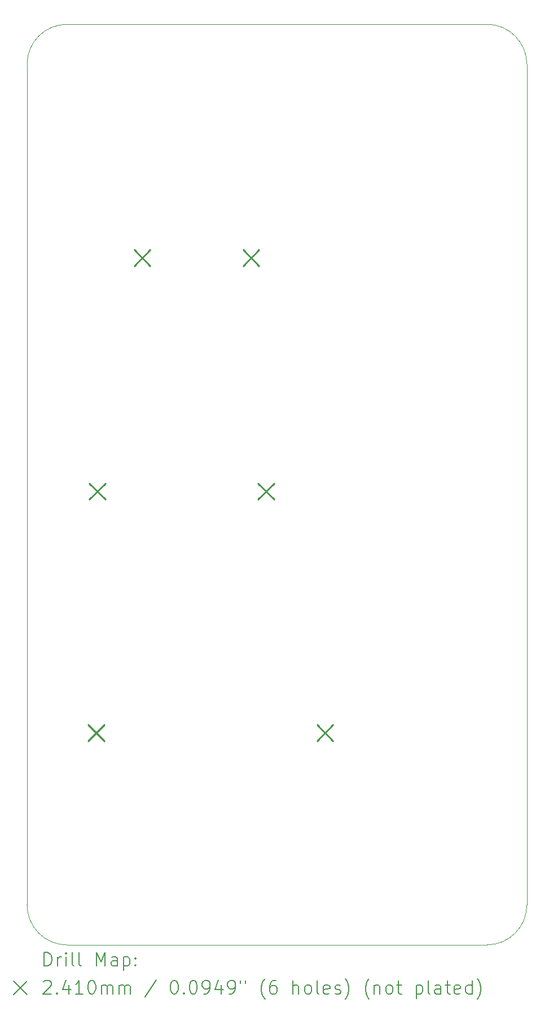
<source format=gbr>
%TF.GenerationSoftware,KiCad,Pcbnew,8.0.4*%
%TF.CreationDate,2024-07-29T20:22:20+09:30*%
%TF.ProjectId,2024_LED_Breakout_Board,32303234-5f4c-4454-945f-427265616b6f,rev?*%
%TF.SameCoordinates,Original*%
%TF.FileFunction,Drillmap*%
%TF.FilePolarity,Positive*%
%FSLAX45Y45*%
G04 Gerber Fmt 4.5, Leading zero omitted, Abs format (unit mm)*
G04 Created by KiCad (PCBNEW 8.0.4) date 2024-07-29 20:22:20*
%MOMM*%
%LPD*%
G01*
G04 APERTURE LIST*
%ADD10C,0.050000*%
%ADD11C,0.200000*%
%ADD12C,0.241000*%
G04 APERTURE END LIST*
D10*
X19950000Y-7000000D02*
X19950000Y-19600000D01*
X13050000Y-6400000D02*
X19350000Y-6400000D01*
X12450000Y-19600000D02*
X12450000Y-7000000D01*
X19950000Y-19600000D02*
G75*
G02*
X19350000Y-20200000I-600000J0D01*
G01*
X13050000Y-20200000D02*
G75*
G02*
X12450000Y-19600000I0J600000D01*
G01*
X19350000Y-20200000D02*
X13050000Y-20200000D01*
X12450000Y-7000000D02*
G75*
G02*
X13050000Y-6400000I600000J0D01*
G01*
X19350000Y-6400000D02*
G75*
G02*
X19950000Y-7000000I0J-600000D01*
G01*
D11*
D12*
X13369500Y-16899500D02*
X13610500Y-17140500D01*
X13610500Y-16899500D02*
X13369500Y-17140500D01*
X13384500Y-13279500D02*
X13625500Y-13520500D01*
X13625500Y-13279500D02*
X13384500Y-13520500D01*
X14059500Y-9779500D02*
X14300500Y-10020500D01*
X14300500Y-9779500D02*
X14059500Y-10020500D01*
X15689500Y-9779500D02*
X15930500Y-10020500D01*
X15930500Y-9779500D02*
X15689500Y-10020500D01*
X15914500Y-13279500D02*
X16155500Y-13520500D01*
X16155500Y-13279500D02*
X15914500Y-13520500D01*
X16799500Y-16899500D02*
X17040500Y-17140500D01*
X17040500Y-16899500D02*
X16799500Y-17140500D01*
D11*
X12708277Y-20513984D02*
X12708277Y-20313984D01*
X12708277Y-20313984D02*
X12755896Y-20313984D01*
X12755896Y-20313984D02*
X12784467Y-20323508D01*
X12784467Y-20323508D02*
X12803515Y-20342555D01*
X12803515Y-20342555D02*
X12813039Y-20361603D01*
X12813039Y-20361603D02*
X12822562Y-20399698D01*
X12822562Y-20399698D02*
X12822562Y-20428270D01*
X12822562Y-20428270D02*
X12813039Y-20466365D01*
X12813039Y-20466365D02*
X12803515Y-20485412D01*
X12803515Y-20485412D02*
X12784467Y-20504460D01*
X12784467Y-20504460D02*
X12755896Y-20513984D01*
X12755896Y-20513984D02*
X12708277Y-20513984D01*
X12908277Y-20513984D02*
X12908277Y-20380650D01*
X12908277Y-20418746D02*
X12917801Y-20399698D01*
X12917801Y-20399698D02*
X12927324Y-20390174D01*
X12927324Y-20390174D02*
X12946372Y-20380650D01*
X12946372Y-20380650D02*
X12965420Y-20380650D01*
X13032086Y-20513984D02*
X13032086Y-20380650D01*
X13032086Y-20313984D02*
X13022562Y-20323508D01*
X13022562Y-20323508D02*
X13032086Y-20333031D01*
X13032086Y-20333031D02*
X13041610Y-20323508D01*
X13041610Y-20323508D02*
X13032086Y-20313984D01*
X13032086Y-20313984D02*
X13032086Y-20333031D01*
X13155896Y-20513984D02*
X13136848Y-20504460D01*
X13136848Y-20504460D02*
X13127324Y-20485412D01*
X13127324Y-20485412D02*
X13127324Y-20313984D01*
X13260658Y-20513984D02*
X13241610Y-20504460D01*
X13241610Y-20504460D02*
X13232086Y-20485412D01*
X13232086Y-20485412D02*
X13232086Y-20313984D01*
X13489229Y-20513984D02*
X13489229Y-20313984D01*
X13489229Y-20313984D02*
X13555896Y-20456841D01*
X13555896Y-20456841D02*
X13622562Y-20313984D01*
X13622562Y-20313984D02*
X13622562Y-20513984D01*
X13803515Y-20513984D02*
X13803515Y-20409222D01*
X13803515Y-20409222D02*
X13793991Y-20390174D01*
X13793991Y-20390174D02*
X13774943Y-20380650D01*
X13774943Y-20380650D02*
X13736848Y-20380650D01*
X13736848Y-20380650D02*
X13717801Y-20390174D01*
X13803515Y-20504460D02*
X13784467Y-20513984D01*
X13784467Y-20513984D02*
X13736848Y-20513984D01*
X13736848Y-20513984D02*
X13717801Y-20504460D01*
X13717801Y-20504460D02*
X13708277Y-20485412D01*
X13708277Y-20485412D02*
X13708277Y-20466365D01*
X13708277Y-20466365D02*
X13717801Y-20447317D01*
X13717801Y-20447317D02*
X13736848Y-20437793D01*
X13736848Y-20437793D02*
X13784467Y-20437793D01*
X13784467Y-20437793D02*
X13803515Y-20428270D01*
X13898753Y-20380650D02*
X13898753Y-20580650D01*
X13898753Y-20390174D02*
X13917801Y-20380650D01*
X13917801Y-20380650D02*
X13955896Y-20380650D01*
X13955896Y-20380650D02*
X13974943Y-20390174D01*
X13974943Y-20390174D02*
X13984467Y-20399698D01*
X13984467Y-20399698D02*
X13993991Y-20418746D01*
X13993991Y-20418746D02*
X13993991Y-20475889D01*
X13993991Y-20475889D02*
X13984467Y-20494936D01*
X13984467Y-20494936D02*
X13974943Y-20504460D01*
X13974943Y-20504460D02*
X13955896Y-20513984D01*
X13955896Y-20513984D02*
X13917801Y-20513984D01*
X13917801Y-20513984D02*
X13898753Y-20504460D01*
X14079705Y-20494936D02*
X14089229Y-20504460D01*
X14089229Y-20504460D02*
X14079705Y-20513984D01*
X14079705Y-20513984D02*
X14070182Y-20504460D01*
X14070182Y-20504460D02*
X14079705Y-20494936D01*
X14079705Y-20494936D02*
X14079705Y-20513984D01*
X14079705Y-20390174D02*
X14089229Y-20399698D01*
X14089229Y-20399698D02*
X14079705Y-20409222D01*
X14079705Y-20409222D02*
X14070182Y-20399698D01*
X14070182Y-20399698D02*
X14079705Y-20390174D01*
X14079705Y-20390174D02*
X14079705Y-20409222D01*
X12247500Y-20742500D02*
X12447500Y-20942500D01*
X12447500Y-20742500D02*
X12247500Y-20942500D01*
X12698753Y-20753031D02*
X12708277Y-20743508D01*
X12708277Y-20743508D02*
X12727324Y-20733984D01*
X12727324Y-20733984D02*
X12774943Y-20733984D01*
X12774943Y-20733984D02*
X12793991Y-20743508D01*
X12793991Y-20743508D02*
X12803515Y-20753031D01*
X12803515Y-20753031D02*
X12813039Y-20772079D01*
X12813039Y-20772079D02*
X12813039Y-20791127D01*
X12813039Y-20791127D02*
X12803515Y-20819698D01*
X12803515Y-20819698D02*
X12689229Y-20933984D01*
X12689229Y-20933984D02*
X12813039Y-20933984D01*
X12898753Y-20914936D02*
X12908277Y-20924460D01*
X12908277Y-20924460D02*
X12898753Y-20933984D01*
X12898753Y-20933984D02*
X12889229Y-20924460D01*
X12889229Y-20924460D02*
X12898753Y-20914936D01*
X12898753Y-20914936D02*
X12898753Y-20933984D01*
X13079705Y-20800650D02*
X13079705Y-20933984D01*
X13032086Y-20724460D02*
X12984467Y-20867317D01*
X12984467Y-20867317D02*
X13108277Y-20867317D01*
X13289229Y-20933984D02*
X13174943Y-20933984D01*
X13232086Y-20933984D02*
X13232086Y-20733984D01*
X13232086Y-20733984D02*
X13213039Y-20762555D01*
X13213039Y-20762555D02*
X13193991Y-20781603D01*
X13193991Y-20781603D02*
X13174943Y-20791127D01*
X13413039Y-20733984D02*
X13432086Y-20733984D01*
X13432086Y-20733984D02*
X13451134Y-20743508D01*
X13451134Y-20743508D02*
X13460658Y-20753031D01*
X13460658Y-20753031D02*
X13470182Y-20772079D01*
X13470182Y-20772079D02*
X13479705Y-20810174D01*
X13479705Y-20810174D02*
X13479705Y-20857793D01*
X13479705Y-20857793D02*
X13470182Y-20895889D01*
X13470182Y-20895889D02*
X13460658Y-20914936D01*
X13460658Y-20914936D02*
X13451134Y-20924460D01*
X13451134Y-20924460D02*
X13432086Y-20933984D01*
X13432086Y-20933984D02*
X13413039Y-20933984D01*
X13413039Y-20933984D02*
X13393991Y-20924460D01*
X13393991Y-20924460D02*
X13384467Y-20914936D01*
X13384467Y-20914936D02*
X13374943Y-20895889D01*
X13374943Y-20895889D02*
X13365420Y-20857793D01*
X13365420Y-20857793D02*
X13365420Y-20810174D01*
X13365420Y-20810174D02*
X13374943Y-20772079D01*
X13374943Y-20772079D02*
X13384467Y-20753031D01*
X13384467Y-20753031D02*
X13393991Y-20743508D01*
X13393991Y-20743508D02*
X13413039Y-20733984D01*
X13565420Y-20933984D02*
X13565420Y-20800650D01*
X13565420Y-20819698D02*
X13574943Y-20810174D01*
X13574943Y-20810174D02*
X13593991Y-20800650D01*
X13593991Y-20800650D02*
X13622563Y-20800650D01*
X13622563Y-20800650D02*
X13641610Y-20810174D01*
X13641610Y-20810174D02*
X13651134Y-20829222D01*
X13651134Y-20829222D02*
X13651134Y-20933984D01*
X13651134Y-20829222D02*
X13660658Y-20810174D01*
X13660658Y-20810174D02*
X13679705Y-20800650D01*
X13679705Y-20800650D02*
X13708277Y-20800650D01*
X13708277Y-20800650D02*
X13727324Y-20810174D01*
X13727324Y-20810174D02*
X13736848Y-20829222D01*
X13736848Y-20829222D02*
X13736848Y-20933984D01*
X13832086Y-20933984D02*
X13832086Y-20800650D01*
X13832086Y-20819698D02*
X13841610Y-20810174D01*
X13841610Y-20810174D02*
X13860658Y-20800650D01*
X13860658Y-20800650D02*
X13889229Y-20800650D01*
X13889229Y-20800650D02*
X13908277Y-20810174D01*
X13908277Y-20810174D02*
X13917801Y-20829222D01*
X13917801Y-20829222D02*
X13917801Y-20933984D01*
X13917801Y-20829222D02*
X13927324Y-20810174D01*
X13927324Y-20810174D02*
X13946372Y-20800650D01*
X13946372Y-20800650D02*
X13974943Y-20800650D01*
X13974943Y-20800650D02*
X13993991Y-20810174D01*
X13993991Y-20810174D02*
X14003515Y-20829222D01*
X14003515Y-20829222D02*
X14003515Y-20933984D01*
X14393991Y-20724460D02*
X14222563Y-20981603D01*
X14651134Y-20733984D02*
X14670182Y-20733984D01*
X14670182Y-20733984D02*
X14689229Y-20743508D01*
X14689229Y-20743508D02*
X14698753Y-20753031D01*
X14698753Y-20753031D02*
X14708277Y-20772079D01*
X14708277Y-20772079D02*
X14717801Y-20810174D01*
X14717801Y-20810174D02*
X14717801Y-20857793D01*
X14717801Y-20857793D02*
X14708277Y-20895889D01*
X14708277Y-20895889D02*
X14698753Y-20914936D01*
X14698753Y-20914936D02*
X14689229Y-20924460D01*
X14689229Y-20924460D02*
X14670182Y-20933984D01*
X14670182Y-20933984D02*
X14651134Y-20933984D01*
X14651134Y-20933984D02*
X14632086Y-20924460D01*
X14632086Y-20924460D02*
X14622563Y-20914936D01*
X14622563Y-20914936D02*
X14613039Y-20895889D01*
X14613039Y-20895889D02*
X14603515Y-20857793D01*
X14603515Y-20857793D02*
X14603515Y-20810174D01*
X14603515Y-20810174D02*
X14613039Y-20772079D01*
X14613039Y-20772079D02*
X14622563Y-20753031D01*
X14622563Y-20753031D02*
X14632086Y-20743508D01*
X14632086Y-20743508D02*
X14651134Y-20733984D01*
X14803515Y-20914936D02*
X14813039Y-20924460D01*
X14813039Y-20924460D02*
X14803515Y-20933984D01*
X14803515Y-20933984D02*
X14793991Y-20924460D01*
X14793991Y-20924460D02*
X14803515Y-20914936D01*
X14803515Y-20914936D02*
X14803515Y-20933984D01*
X14936848Y-20733984D02*
X14955896Y-20733984D01*
X14955896Y-20733984D02*
X14974944Y-20743508D01*
X14974944Y-20743508D02*
X14984467Y-20753031D01*
X14984467Y-20753031D02*
X14993991Y-20772079D01*
X14993991Y-20772079D02*
X15003515Y-20810174D01*
X15003515Y-20810174D02*
X15003515Y-20857793D01*
X15003515Y-20857793D02*
X14993991Y-20895889D01*
X14993991Y-20895889D02*
X14984467Y-20914936D01*
X14984467Y-20914936D02*
X14974944Y-20924460D01*
X14974944Y-20924460D02*
X14955896Y-20933984D01*
X14955896Y-20933984D02*
X14936848Y-20933984D01*
X14936848Y-20933984D02*
X14917801Y-20924460D01*
X14917801Y-20924460D02*
X14908277Y-20914936D01*
X14908277Y-20914936D02*
X14898753Y-20895889D01*
X14898753Y-20895889D02*
X14889229Y-20857793D01*
X14889229Y-20857793D02*
X14889229Y-20810174D01*
X14889229Y-20810174D02*
X14898753Y-20772079D01*
X14898753Y-20772079D02*
X14908277Y-20753031D01*
X14908277Y-20753031D02*
X14917801Y-20743508D01*
X14917801Y-20743508D02*
X14936848Y-20733984D01*
X15098753Y-20933984D02*
X15136848Y-20933984D01*
X15136848Y-20933984D02*
X15155896Y-20924460D01*
X15155896Y-20924460D02*
X15165420Y-20914936D01*
X15165420Y-20914936D02*
X15184467Y-20886365D01*
X15184467Y-20886365D02*
X15193991Y-20848270D01*
X15193991Y-20848270D02*
X15193991Y-20772079D01*
X15193991Y-20772079D02*
X15184467Y-20753031D01*
X15184467Y-20753031D02*
X15174944Y-20743508D01*
X15174944Y-20743508D02*
X15155896Y-20733984D01*
X15155896Y-20733984D02*
X15117801Y-20733984D01*
X15117801Y-20733984D02*
X15098753Y-20743508D01*
X15098753Y-20743508D02*
X15089229Y-20753031D01*
X15089229Y-20753031D02*
X15079706Y-20772079D01*
X15079706Y-20772079D02*
X15079706Y-20819698D01*
X15079706Y-20819698D02*
X15089229Y-20838746D01*
X15089229Y-20838746D02*
X15098753Y-20848270D01*
X15098753Y-20848270D02*
X15117801Y-20857793D01*
X15117801Y-20857793D02*
X15155896Y-20857793D01*
X15155896Y-20857793D02*
X15174944Y-20848270D01*
X15174944Y-20848270D02*
X15184467Y-20838746D01*
X15184467Y-20838746D02*
X15193991Y-20819698D01*
X15365420Y-20800650D02*
X15365420Y-20933984D01*
X15317801Y-20724460D02*
X15270182Y-20867317D01*
X15270182Y-20867317D02*
X15393991Y-20867317D01*
X15479706Y-20933984D02*
X15517801Y-20933984D01*
X15517801Y-20933984D02*
X15536848Y-20924460D01*
X15536848Y-20924460D02*
X15546372Y-20914936D01*
X15546372Y-20914936D02*
X15565420Y-20886365D01*
X15565420Y-20886365D02*
X15574944Y-20848270D01*
X15574944Y-20848270D02*
X15574944Y-20772079D01*
X15574944Y-20772079D02*
X15565420Y-20753031D01*
X15565420Y-20753031D02*
X15555896Y-20743508D01*
X15555896Y-20743508D02*
X15536848Y-20733984D01*
X15536848Y-20733984D02*
X15498753Y-20733984D01*
X15498753Y-20733984D02*
X15479706Y-20743508D01*
X15479706Y-20743508D02*
X15470182Y-20753031D01*
X15470182Y-20753031D02*
X15460658Y-20772079D01*
X15460658Y-20772079D02*
X15460658Y-20819698D01*
X15460658Y-20819698D02*
X15470182Y-20838746D01*
X15470182Y-20838746D02*
X15479706Y-20848270D01*
X15479706Y-20848270D02*
X15498753Y-20857793D01*
X15498753Y-20857793D02*
X15536848Y-20857793D01*
X15536848Y-20857793D02*
X15555896Y-20848270D01*
X15555896Y-20848270D02*
X15565420Y-20838746D01*
X15565420Y-20838746D02*
X15574944Y-20819698D01*
X15651134Y-20733984D02*
X15651134Y-20772079D01*
X15727325Y-20733984D02*
X15727325Y-20772079D01*
X16022563Y-21010174D02*
X16013039Y-21000650D01*
X16013039Y-21000650D02*
X15993991Y-20972079D01*
X15993991Y-20972079D02*
X15984468Y-20953031D01*
X15984468Y-20953031D02*
X15974944Y-20924460D01*
X15974944Y-20924460D02*
X15965420Y-20876841D01*
X15965420Y-20876841D02*
X15965420Y-20838746D01*
X15965420Y-20838746D02*
X15974944Y-20791127D01*
X15974944Y-20791127D02*
X15984468Y-20762555D01*
X15984468Y-20762555D02*
X15993991Y-20743508D01*
X15993991Y-20743508D02*
X16013039Y-20714936D01*
X16013039Y-20714936D02*
X16022563Y-20705412D01*
X16184468Y-20733984D02*
X16146372Y-20733984D01*
X16146372Y-20733984D02*
X16127325Y-20743508D01*
X16127325Y-20743508D02*
X16117801Y-20753031D01*
X16117801Y-20753031D02*
X16098753Y-20781603D01*
X16098753Y-20781603D02*
X16089229Y-20819698D01*
X16089229Y-20819698D02*
X16089229Y-20895889D01*
X16089229Y-20895889D02*
X16098753Y-20914936D01*
X16098753Y-20914936D02*
X16108277Y-20924460D01*
X16108277Y-20924460D02*
X16127325Y-20933984D01*
X16127325Y-20933984D02*
X16165420Y-20933984D01*
X16165420Y-20933984D02*
X16184468Y-20924460D01*
X16184468Y-20924460D02*
X16193991Y-20914936D01*
X16193991Y-20914936D02*
X16203515Y-20895889D01*
X16203515Y-20895889D02*
X16203515Y-20848270D01*
X16203515Y-20848270D02*
X16193991Y-20829222D01*
X16193991Y-20829222D02*
X16184468Y-20819698D01*
X16184468Y-20819698D02*
X16165420Y-20810174D01*
X16165420Y-20810174D02*
X16127325Y-20810174D01*
X16127325Y-20810174D02*
X16108277Y-20819698D01*
X16108277Y-20819698D02*
X16098753Y-20829222D01*
X16098753Y-20829222D02*
X16089229Y-20848270D01*
X16441610Y-20933984D02*
X16441610Y-20733984D01*
X16527325Y-20933984D02*
X16527325Y-20829222D01*
X16527325Y-20829222D02*
X16517801Y-20810174D01*
X16517801Y-20810174D02*
X16498753Y-20800650D01*
X16498753Y-20800650D02*
X16470182Y-20800650D01*
X16470182Y-20800650D02*
X16451134Y-20810174D01*
X16451134Y-20810174D02*
X16441610Y-20819698D01*
X16651134Y-20933984D02*
X16632087Y-20924460D01*
X16632087Y-20924460D02*
X16622563Y-20914936D01*
X16622563Y-20914936D02*
X16613039Y-20895889D01*
X16613039Y-20895889D02*
X16613039Y-20838746D01*
X16613039Y-20838746D02*
X16622563Y-20819698D01*
X16622563Y-20819698D02*
X16632087Y-20810174D01*
X16632087Y-20810174D02*
X16651134Y-20800650D01*
X16651134Y-20800650D02*
X16679706Y-20800650D01*
X16679706Y-20800650D02*
X16698753Y-20810174D01*
X16698753Y-20810174D02*
X16708277Y-20819698D01*
X16708277Y-20819698D02*
X16717801Y-20838746D01*
X16717801Y-20838746D02*
X16717801Y-20895889D01*
X16717801Y-20895889D02*
X16708277Y-20914936D01*
X16708277Y-20914936D02*
X16698753Y-20924460D01*
X16698753Y-20924460D02*
X16679706Y-20933984D01*
X16679706Y-20933984D02*
X16651134Y-20933984D01*
X16832087Y-20933984D02*
X16813039Y-20924460D01*
X16813039Y-20924460D02*
X16803515Y-20905412D01*
X16803515Y-20905412D02*
X16803515Y-20733984D01*
X16984468Y-20924460D02*
X16965420Y-20933984D01*
X16965420Y-20933984D02*
X16927325Y-20933984D01*
X16927325Y-20933984D02*
X16908277Y-20924460D01*
X16908277Y-20924460D02*
X16898753Y-20905412D01*
X16898753Y-20905412D02*
X16898753Y-20829222D01*
X16898753Y-20829222D02*
X16908277Y-20810174D01*
X16908277Y-20810174D02*
X16927325Y-20800650D01*
X16927325Y-20800650D02*
X16965420Y-20800650D01*
X16965420Y-20800650D02*
X16984468Y-20810174D01*
X16984468Y-20810174D02*
X16993992Y-20829222D01*
X16993992Y-20829222D02*
X16993992Y-20848270D01*
X16993992Y-20848270D02*
X16898753Y-20867317D01*
X17070182Y-20924460D02*
X17089230Y-20933984D01*
X17089230Y-20933984D02*
X17127325Y-20933984D01*
X17127325Y-20933984D02*
X17146373Y-20924460D01*
X17146373Y-20924460D02*
X17155896Y-20905412D01*
X17155896Y-20905412D02*
X17155896Y-20895889D01*
X17155896Y-20895889D02*
X17146373Y-20876841D01*
X17146373Y-20876841D02*
X17127325Y-20867317D01*
X17127325Y-20867317D02*
X17098753Y-20867317D01*
X17098753Y-20867317D02*
X17079706Y-20857793D01*
X17079706Y-20857793D02*
X17070182Y-20838746D01*
X17070182Y-20838746D02*
X17070182Y-20829222D01*
X17070182Y-20829222D02*
X17079706Y-20810174D01*
X17079706Y-20810174D02*
X17098753Y-20800650D01*
X17098753Y-20800650D02*
X17127325Y-20800650D01*
X17127325Y-20800650D02*
X17146373Y-20810174D01*
X17222563Y-21010174D02*
X17232087Y-21000650D01*
X17232087Y-21000650D02*
X17251134Y-20972079D01*
X17251134Y-20972079D02*
X17260658Y-20953031D01*
X17260658Y-20953031D02*
X17270182Y-20924460D01*
X17270182Y-20924460D02*
X17279706Y-20876841D01*
X17279706Y-20876841D02*
X17279706Y-20838746D01*
X17279706Y-20838746D02*
X17270182Y-20791127D01*
X17270182Y-20791127D02*
X17260658Y-20762555D01*
X17260658Y-20762555D02*
X17251134Y-20743508D01*
X17251134Y-20743508D02*
X17232087Y-20714936D01*
X17232087Y-20714936D02*
X17222563Y-20705412D01*
X17584468Y-21010174D02*
X17574944Y-21000650D01*
X17574944Y-21000650D02*
X17555896Y-20972079D01*
X17555896Y-20972079D02*
X17546373Y-20953031D01*
X17546373Y-20953031D02*
X17536849Y-20924460D01*
X17536849Y-20924460D02*
X17527325Y-20876841D01*
X17527325Y-20876841D02*
X17527325Y-20838746D01*
X17527325Y-20838746D02*
X17536849Y-20791127D01*
X17536849Y-20791127D02*
X17546373Y-20762555D01*
X17546373Y-20762555D02*
X17555896Y-20743508D01*
X17555896Y-20743508D02*
X17574944Y-20714936D01*
X17574944Y-20714936D02*
X17584468Y-20705412D01*
X17660658Y-20800650D02*
X17660658Y-20933984D01*
X17660658Y-20819698D02*
X17670182Y-20810174D01*
X17670182Y-20810174D02*
X17689230Y-20800650D01*
X17689230Y-20800650D02*
X17717801Y-20800650D01*
X17717801Y-20800650D02*
X17736849Y-20810174D01*
X17736849Y-20810174D02*
X17746373Y-20829222D01*
X17746373Y-20829222D02*
X17746373Y-20933984D01*
X17870182Y-20933984D02*
X17851134Y-20924460D01*
X17851134Y-20924460D02*
X17841611Y-20914936D01*
X17841611Y-20914936D02*
X17832087Y-20895889D01*
X17832087Y-20895889D02*
X17832087Y-20838746D01*
X17832087Y-20838746D02*
X17841611Y-20819698D01*
X17841611Y-20819698D02*
X17851134Y-20810174D01*
X17851134Y-20810174D02*
X17870182Y-20800650D01*
X17870182Y-20800650D02*
X17898754Y-20800650D01*
X17898754Y-20800650D02*
X17917801Y-20810174D01*
X17917801Y-20810174D02*
X17927325Y-20819698D01*
X17927325Y-20819698D02*
X17936849Y-20838746D01*
X17936849Y-20838746D02*
X17936849Y-20895889D01*
X17936849Y-20895889D02*
X17927325Y-20914936D01*
X17927325Y-20914936D02*
X17917801Y-20924460D01*
X17917801Y-20924460D02*
X17898754Y-20933984D01*
X17898754Y-20933984D02*
X17870182Y-20933984D01*
X17993992Y-20800650D02*
X18070182Y-20800650D01*
X18022563Y-20733984D02*
X18022563Y-20905412D01*
X18022563Y-20905412D02*
X18032087Y-20924460D01*
X18032087Y-20924460D02*
X18051134Y-20933984D01*
X18051134Y-20933984D02*
X18070182Y-20933984D01*
X18289230Y-20800650D02*
X18289230Y-21000650D01*
X18289230Y-20810174D02*
X18308277Y-20800650D01*
X18308277Y-20800650D02*
X18346373Y-20800650D01*
X18346373Y-20800650D02*
X18365420Y-20810174D01*
X18365420Y-20810174D02*
X18374944Y-20819698D01*
X18374944Y-20819698D02*
X18384468Y-20838746D01*
X18384468Y-20838746D02*
X18384468Y-20895889D01*
X18384468Y-20895889D02*
X18374944Y-20914936D01*
X18374944Y-20914936D02*
X18365420Y-20924460D01*
X18365420Y-20924460D02*
X18346373Y-20933984D01*
X18346373Y-20933984D02*
X18308277Y-20933984D01*
X18308277Y-20933984D02*
X18289230Y-20924460D01*
X18498754Y-20933984D02*
X18479706Y-20924460D01*
X18479706Y-20924460D02*
X18470182Y-20905412D01*
X18470182Y-20905412D02*
X18470182Y-20733984D01*
X18660658Y-20933984D02*
X18660658Y-20829222D01*
X18660658Y-20829222D02*
X18651135Y-20810174D01*
X18651135Y-20810174D02*
X18632087Y-20800650D01*
X18632087Y-20800650D02*
X18593992Y-20800650D01*
X18593992Y-20800650D02*
X18574944Y-20810174D01*
X18660658Y-20924460D02*
X18641611Y-20933984D01*
X18641611Y-20933984D02*
X18593992Y-20933984D01*
X18593992Y-20933984D02*
X18574944Y-20924460D01*
X18574944Y-20924460D02*
X18565420Y-20905412D01*
X18565420Y-20905412D02*
X18565420Y-20886365D01*
X18565420Y-20886365D02*
X18574944Y-20867317D01*
X18574944Y-20867317D02*
X18593992Y-20857793D01*
X18593992Y-20857793D02*
X18641611Y-20857793D01*
X18641611Y-20857793D02*
X18660658Y-20848270D01*
X18727325Y-20800650D02*
X18803515Y-20800650D01*
X18755896Y-20733984D02*
X18755896Y-20905412D01*
X18755896Y-20905412D02*
X18765420Y-20924460D01*
X18765420Y-20924460D02*
X18784468Y-20933984D01*
X18784468Y-20933984D02*
X18803515Y-20933984D01*
X18946373Y-20924460D02*
X18927325Y-20933984D01*
X18927325Y-20933984D02*
X18889230Y-20933984D01*
X18889230Y-20933984D02*
X18870182Y-20924460D01*
X18870182Y-20924460D02*
X18860658Y-20905412D01*
X18860658Y-20905412D02*
X18860658Y-20829222D01*
X18860658Y-20829222D02*
X18870182Y-20810174D01*
X18870182Y-20810174D02*
X18889230Y-20800650D01*
X18889230Y-20800650D02*
X18927325Y-20800650D01*
X18927325Y-20800650D02*
X18946373Y-20810174D01*
X18946373Y-20810174D02*
X18955896Y-20829222D01*
X18955896Y-20829222D02*
X18955896Y-20848270D01*
X18955896Y-20848270D02*
X18860658Y-20867317D01*
X19127325Y-20933984D02*
X19127325Y-20733984D01*
X19127325Y-20924460D02*
X19108277Y-20933984D01*
X19108277Y-20933984D02*
X19070182Y-20933984D01*
X19070182Y-20933984D02*
X19051135Y-20924460D01*
X19051135Y-20924460D02*
X19041611Y-20914936D01*
X19041611Y-20914936D02*
X19032087Y-20895889D01*
X19032087Y-20895889D02*
X19032087Y-20838746D01*
X19032087Y-20838746D02*
X19041611Y-20819698D01*
X19041611Y-20819698D02*
X19051135Y-20810174D01*
X19051135Y-20810174D02*
X19070182Y-20800650D01*
X19070182Y-20800650D02*
X19108277Y-20800650D01*
X19108277Y-20800650D02*
X19127325Y-20810174D01*
X19203516Y-21010174D02*
X19213039Y-21000650D01*
X19213039Y-21000650D02*
X19232087Y-20972079D01*
X19232087Y-20972079D02*
X19241611Y-20953031D01*
X19241611Y-20953031D02*
X19251135Y-20924460D01*
X19251135Y-20924460D02*
X19260658Y-20876841D01*
X19260658Y-20876841D02*
X19260658Y-20838746D01*
X19260658Y-20838746D02*
X19251135Y-20791127D01*
X19251135Y-20791127D02*
X19241611Y-20762555D01*
X19241611Y-20762555D02*
X19232087Y-20743508D01*
X19232087Y-20743508D02*
X19213039Y-20714936D01*
X19213039Y-20714936D02*
X19203516Y-20705412D01*
M02*

</source>
